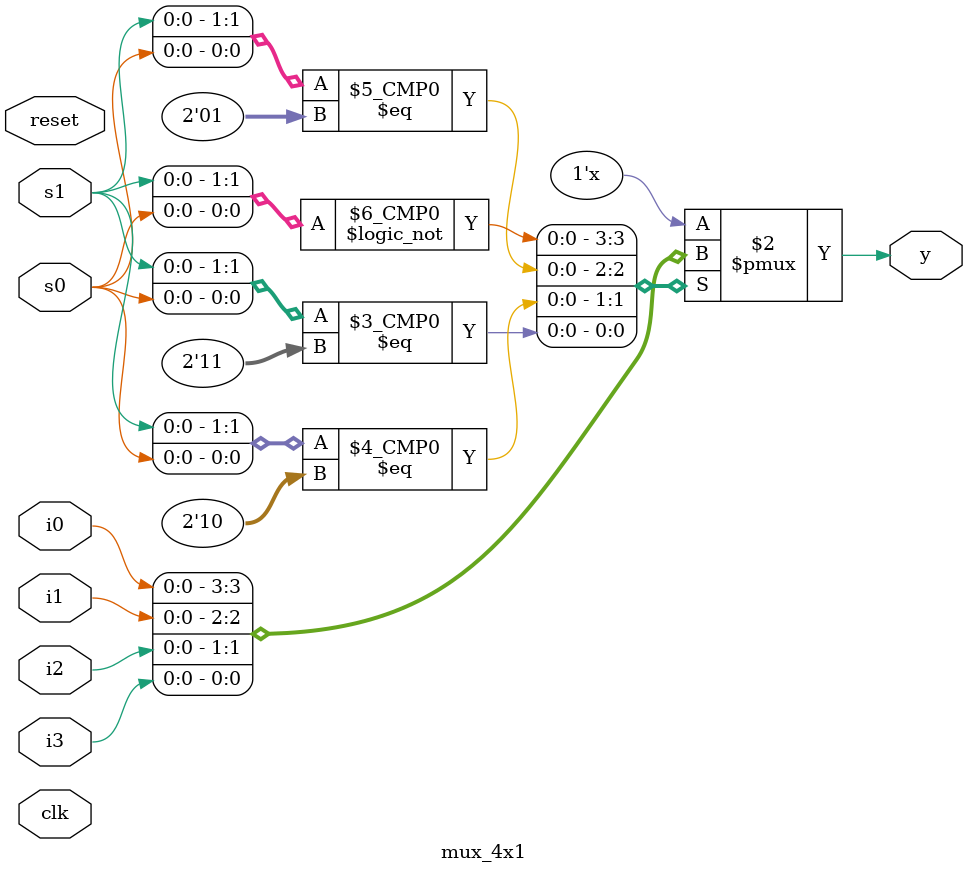
<source format=sv>
/*module mux_4x1(input i0,i1,i2,i3,reset,clk,
           output reg y,
               //output out,
           input s1,s0
  
);
  //assign out = y;
  always@(posedge clk)
    begin
    if (reset)
      y <=0;
  else if(s1==0 && s0==0)
    y<=i0;
  else if(s1==0  && s0==1)
    y<=i1;
    else if(s1==1 && s0==0)
      y<=i2;
    //  else (s1==1 && s0==1)
      else
        y<=i3;
     // else y<=0;
    end
  
  
endmodule*/


module mux_4x1(input i0,i1,i2,i3,reset,clk,
           output reg y,
            input s1,s0
 
);
  
  always@(s1,s0,i0,i1,i2,i3)
    begin
      
      case  ({s1,s0})
        2'b00 : y = i0;
        2'b01 : y = i1;
        2'b10 : y = i2;
        2'b11 : y = i3;
        default : $display("Invalid control signals");
      endcase
    end
      endmodule 
</source>
